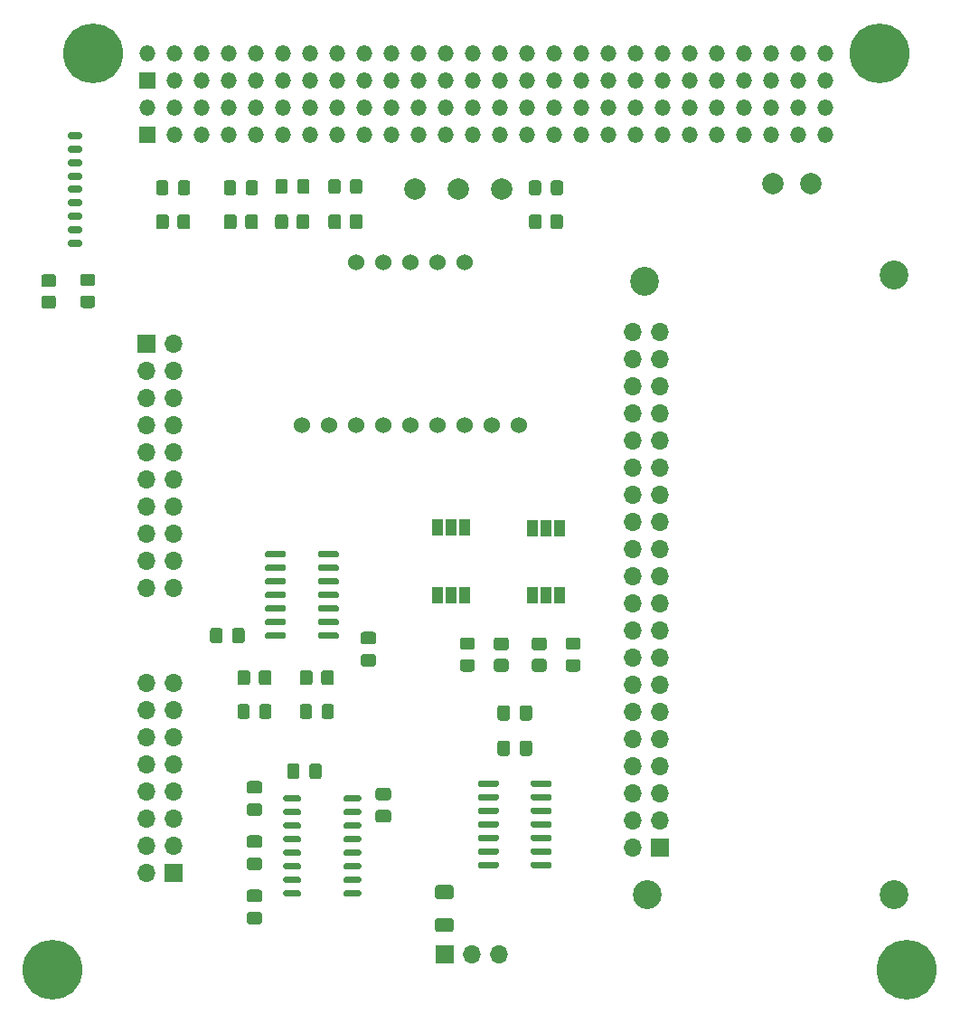
<source format=gbr>
%TF.GenerationSoftware,KiCad,Pcbnew,(5.1.9)-1*%
%TF.CreationDate,2021-11-05T20:33:19-04:00*%
%TF.ProjectId,REVERB Interface,52455645-5242-4204-996e-746572666163,rev?*%
%TF.SameCoordinates,Original*%
%TF.FileFunction,Soldermask,Top*%
%TF.FilePolarity,Negative*%
%FSLAX46Y46*%
G04 Gerber Fmt 4.6, Leading zero omitted, Abs format (unit mm)*
G04 Created by KiCad (PCBNEW (5.1.9)-1) date 2021-11-05 20:33:19*
%MOMM*%
%LPD*%
G01*
G04 APERTURE LIST*
%ADD10O,1.700000X1.700000*%
%ADD11R,1.700000X1.700000*%
%ADD12C,2.000000*%
%ADD13C,2.700000*%
%ADD14R,1.000000X1.500000*%
%ADD15C,1.524000*%
%ADD16C,5.600000*%
%ADD17C,3.600000*%
%ADD18O,1.400000X0.700000*%
%ADD19O,1.500000X1.500000*%
%ADD20R,1.500000X1.500000*%
G04 APERTURE END LIST*
D10*
%TO.C,J1*%
X166256000Y-84014000D03*
X168796000Y-84014000D03*
X166256000Y-86554000D03*
X168796000Y-86554000D03*
X166256000Y-89094000D03*
X168796000Y-89094000D03*
X166256000Y-91634000D03*
X168796000Y-91634000D03*
X166256000Y-94174000D03*
X168796000Y-94174000D03*
X166256000Y-96714000D03*
X168796000Y-96714000D03*
X166256000Y-99254000D03*
X168796000Y-99254000D03*
X166256000Y-101794000D03*
X168796000Y-101794000D03*
X166256000Y-104334000D03*
X168796000Y-104334000D03*
X166256000Y-106874000D03*
X168796000Y-106874000D03*
X166256000Y-109414000D03*
X168796000Y-109414000D03*
X166256000Y-111954000D03*
X168796000Y-111954000D03*
X166256000Y-114494000D03*
X168796000Y-114494000D03*
X166256000Y-117034000D03*
X168796000Y-117034000D03*
X166256000Y-119574000D03*
X168796000Y-119574000D03*
X166256000Y-122114000D03*
X168796000Y-122114000D03*
X166256000Y-124654000D03*
X168796000Y-124654000D03*
X166256000Y-127194000D03*
X168796000Y-127194000D03*
X166256000Y-129734000D03*
X168796000Y-129734000D03*
X166256000Y-132274000D03*
D11*
X168796000Y-132274000D03*
%TD*%
%TO.C,U3*%
G36*
G01*
X156694000Y-126388000D02*
X156694000Y-126088000D01*
G75*
G02*
X156844000Y-125938000I150000J0D01*
G01*
X158494000Y-125938000D01*
G75*
G02*
X158644000Y-126088000I0J-150000D01*
G01*
X158644000Y-126388000D01*
G75*
G02*
X158494000Y-126538000I-150000J0D01*
G01*
X156844000Y-126538000D01*
G75*
G02*
X156694000Y-126388000I0J150000D01*
G01*
G37*
G36*
G01*
X156694000Y-127658000D02*
X156694000Y-127358000D01*
G75*
G02*
X156844000Y-127208000I150000J0D01*
G01*
X158494000Y-127208000D01*
G75*
G02*
X158644000Y-127358000I0J-150000D01*
G01*
X158644000Y-127658000D01*
G75*
G02*
X158494000Y-127808000I-150000J0D01*
G01*
X156844000Y-127808000D01*
G75*
G02*
X156694000Y-127658000I0J150000D01*
G01*
G37*
G36*
G01*
X156694000Y-128928000D02*
X156694000Y-128628000D01*
G75*
G02*
X156844000Y-128478000I150000J0D01*
G01*
X158494000Y-128478000D01*
G75*
G02*
X158644000Y-128628000I0J-150000D01*
G01*
X158644000Y-128928000D01*
G75*
G02*
X158494000Y-129078000I-150000J0D01*
G01*
X156844000Y-129078000D01*
G75*
G02*
X156694000Y-128928000I0J150000D01*
G01*
G37*
G36*
G01*
X156694000Y-130198000D02*
X156694000Y-129898000D01*
G75*
G02*
X156844000Y-129748000I150000J0D01*
G01*
X158494000Y-129748000D01*
G75*
G02*
X158644000Y-129898000I0J-150000D01*
G01*
X158644000Y-130198000D01*
G75*
G02*
X158494000Y-130348000I-150000J0D01*
G01*
X156844000Y-130348000D01*
G75*
G02*
X156694000Y-130198000I0J150000D01*
G01*
G37*
G36*
G01*
X156694000Y-131468000D02*
X156694000Y-131168000D01*
G75*
G02*
X156844000Y-131018000I150000J0D01*
G01*
X158494000Y-131018000D01*
G75*
G02*
X158644000Y-131168000I0J-150000D01*
G01*
X158644000Y-131468000D01*
G75*
G02*
X158494000Y-131618000I-150000J0D01*
G01*
X156844000Y-131618000D01*
G75*
G02*
X156694000Y-131468000I0J150000D01*
G01*
G37*
G36*
G01*
X156694000Y-132738000D02*
X156694000Y-132438000D01*
G75*
G02*
X156844000Y-132288000I150000J0D01*
G01*
X158494000Y-132288000D01*
G75*
G02*
X158644000Y-132438000I0J-150000D01*
G01*
X158644000Y-132738000D01*
G75*
G02*
X158494000Y-132888000I-150000J0D01*
G01*
X156844000Y-132888000D01*
G75*
G02*
X156694000Y-132738000I0J150000D01*
G01*
G37*
G36*
G01*
X156694000Y-134008000D02*
X156694000Y-133708000D01*
G75*
G02*
X156844000Y-133558000I150000J0D01*
G01*
X158494000Y-133558000D01*
G75*
G02*
X158644000Y-133708000I0J-150000D01*
G01*
X158644000Y-134008000D01*
G75*
G02*
X158494000Y-134158000I-150000J0D01*
G01*
X156844000Y-134158000D01*
G75*
G02*
X156694000Y-134008000I0J150000D01*
G01*
G37*
G36*
G01*
X151744000Y-134008000D02*
X151744000Y-133708000D01*
G75*
G02*
X151894000Y-133558000I150000J0D01*
G01*
X153544000Y-133558000D01*
G75*
G02*
X153694000Y-133708000I0J-150000D01*
G01*
X153694000Y-134008000D01*
G75*
G02*
X153544000Y-134158000I-150000J0D01*
G01*
X151894000Y-134158000D01*
G75*
G02*
X151744000Y-134008000I0J150000D01*
G01*
G37*
G36*
G01*
X151744000Y-132738000D02*
X151744000Y-132438000D01*
G75*
G02*
X151894000Y-132288000I150000J0D01*
G01*
X153544000Y-132288000D01*
G75*
G02*
X153694000Y-132438000I0J-150000D01*
G01*
X153694000Y-132738000D01*
G75*
G02*
X153544000Y-132888000I-150000J0D01*
G01*
X151894000Y-132888000D01*
G75*
G02*
X151744000Y-132738000I0J150000D01*
G01*
G37*
G36*
G01*
X151744000Y-131468000D02*
X151744000Y-131168000D01*
G75*
G02*
X151894000Y-131018000I150000J0D01*
G01*
X153544000Y-131018000D01*
G75*
G02*
X153694000Y-131168000I0J-150000D01*
G01*
X153694000Y-131468000D01*
G75*
G02*
X153544000Y-131618000I-150000J0D01*
G01*
X151894000Y-131618000D01*
G75*
G02*
X151744000Y-131468000I0J150000D01*
G01*
G37*
G36*
G01*
X151744000Y-130198000D02*
X151744000Y-129898000D01*
G75*
G02*
X151894000Y-129748000I150000J0D01*
G01*
X153544000Y-129748000D01*
G75*
G02*
X153694000Y-129898000I0J-150000D01*
G01*
X153694000Y-130198000D01*
G75*
G02*
X153544000Y-130348000I-150000J0D01*
G01*
X151894000Y-130348000D01*
G75*
G02*
X151744000Y-130198000I0J150000D01*
G01*
G37*
G36*
G01*
X151744000Y-128928000D02*
X151744000Y-128628000D01*
G75*
G02*
X151894000Y-128478000I150000J0D01*
G01*
X153544000Y-128478000D01*
G75*
G02*
X153694000Y-128628000I0J-150000D01*
G01*
X153694000Y-128928000D01*
G75*
G02*
X153544000Y-129078000I-150000J0D01*
G01*
X151894000Y-129078000D01*
G75*
G02*
X151744000Y-128928000I0J150000D01*
G01*
G37*
G36*
G01*
X151744000Y-127658000D02*
X151744000Y-127358000D01*
G75*
G02*
X151894000Y-127208000I150000J0D01*
G01*
X153544000Y-127208000D01*
G75*
G02*
X153694000Y-127358000I0J-150000D01*
G01*
X153694000Y-127658000D01*
G75*
G02*
X153544000Y-127808000I-150000J0D01*
G01*
X151894000Y-127808000D01*
G75*
G02*
X151744000Y-127658000I0J150000D01*
G01*
G37*
G36*
G01*
X151744000Y-126388000D02*
X151744000Y-126088000D01*
G75*
G02*
X151894000Y-125938000I150000J0D01*
G01*
X153544000Y-125938000D01*
G75*
G02*
X153694000Y-126088000I0J-150000D01*
G01*
X153694000Y-126388000D01*
G75*
G02*
X153544000Y-126538000I-150000J0D01*
G01*
X151894000Y-126538000D01*
G75*
G02*
X151744000Y-126388000I0J150000D01*
G01*
G37*
%TD*%
%TO.C,R7*%
G36*
G01*
X147965000Y-138848000D02*
X149215000Y-138848000D01*
G75*
G02*
X149465000Y-139098000I0J-250000D01*
G01*
X149465000Y-139898000D01*
G75*
G02*
X149215000Y-140148000I-250000J0D01*
G01*
X147965000Y-140148000D01*
G75*
G02*
X147715000Y-139898000I0J250000D01*
G01*
X147715000Y-139098000D01*
G75*
G02*
X147965000Y-138848000I250000J0D01*
G01*
G37*
G36*
G01*
X147965000Y-135748000D02*
X149215000Y-135748000D01*
G75*
G02*
X149465000Y-135998000I0J-250000D01*
G01*
X149465000Y-136798000D01*
G75*
G02*
X149215000Y-137048000I-250000J0D01*
G01*
X147965000Y-137048000D01*
G75*
G02*
X147715000Y-136798000I0J250000D01*
G01*
X147715000Y-135998000D01*
G75*
G02*
X147965000Y-135748000I250000J0D01*
G01*
G37*
%TD*%
D10*
%TO.C,J5*%
X153670000Y-142240000D03*
X151130000Y-142240000D03*
D11*
X148590000Y-142240000D03*
%TD*%
%TO.C,C7*%
G36*
G01*
X155644000Y-123411000D02*
X155644000Y-122461000D01*
G75*
G02*
X155894000Y-122211000I250000J0D01*
G01*
X156569000Y-122211000D01*
G75*
G02*
X156819000Y-122461000I0J-250000D01*
G01*
X156819000Y-123411000D01*
G75*
G02*
X156569000Y-123661000I-250000J0D01*
G01*
X155894000Y-123661000D01*
G75*
G02*
X155644000Y-123411000I0J250000D01*
G01*
G37*
G36*
G01*
X153569000Y-123411000D02*
X153569000Y-122461000D01*
G75*
G02*
X153819000Y-122211000I250000J0D01*
G01*
X154494000Y-122211000D01*
G75*
G02*
X154744000Y-122461000I0J-250000D01*
G01*
X154744000Y-123411000D01*
G75*
G02*
X154494000Y-123661000I-250000J0D01*
G01*
X153819000Y-123661000D01*
G75*
G02*
X153569000Y-123411000I0J250000D01*
G01*
G37*
%TD*%
%TO.C,C6*%
G36*
G01*
X155644000Y-120109000D02*
X155644000Y-119159000D01*
G75*
G02*
X155894000Y-118909000I250000J0D01*
G01*
X156569000Y-118909000D01*
G75*
G02*
X156819000Y-119159000I0J-250000D01*
G01*
X156819000Y-120109000D01*
G75*
G02*
X156569000Y-120359000I-250000J0D01*
G01*
X155894000Y-120359000D01*
G75*
G02*
X155644000Y-120109000I0J250000D01*
G01*
G37*
G36*
G01*
X153569000Y-120109000D02*
X153569000Y-119159000D01*
G75*
G02*
X153819000Y-118909000I250000J0D01*
G01*
X154494000Y-118909000D01*
G75*
G02*
X154744000Y-119159000I0J-250000D01*
G01*
X154744000Y-120109000D01*
G75*
G02*
X154494000Y-120359000I-250000J0D01*
G01*
X153819000Y-120359000D01*
G75*
G02*
X153569000Y-120109000I0J250000D01*
G01*
G37*
%TD*%
%TO.C,U4*%
G36*
G01*
X133755000Y-112245000D02*
X133755000Y-112545000D01*
G75*
G02*
X133605000Y-112695000I-150000J0D01*
G01*
X131955000Y-112695000D01*
G75*
G02*
X131805000Y-112545000I0J150000D01*
G01*
X131805000Y-112245000D01*
G75*
G02*
X131955000Y-112095000I150000J0D01*
G01*
X133605000Y-112095000D01*
G75*
G02*
X133755000Y-112245000I0J-150000D01*
G01*
G37*
G36*
G01*
X133755000Y-110975000D02*
X133755000Y-111275000D01*
G75*
G02*
X133605000Y-111425000I-150000J0D01*
G01*
X131955000Y-111425000D01*
G75*
G02*
X131805000Y-111275000I0J150000D01*
G01*
X131805000Y-110975000D01*
G75*
G02*
X131955000Y-110825000I150000J0D01*
G01*
X133605000Y-110825000D01*
G75*
G02*
X133755000Y-110975000I0J-150000D01*
G01*
G37*
G36*
G01*
X133755000Y-109705000D02*
X133755000Y-110005000D01*
G75*
G02*
X133605000Y-110155000I-150000J0D01*
G01*
X131955000Y-110155000D01*
G75*
G02*
X131805000Y-110005000I0J150000D01*
G01*
X131805000Y-109705000D01*
G75*
G02*
X131955000Y-109555000I150000J0D01*
G01*
X133605000Y-109555000D01*
G75*
G02*
X133755000Y-109705000I0J-150000D01*
G01*
G37*
G36*
G01*
X133755000Y-108435000D02*
X133755000Y-108735000D01*
G75*
G02*
X133605000Y-108885000I-150000J0D01*
G01*
X131955000Y-108885000D01*
G75*
G02*
X131805000Y-108735000I0J150000D01*
G01*
X131805000Y-108435000D01*
G75*
G02*
X131955000Y-108285000I150000J0D01*
G01*
X133605000Y-108285000D01*
G75*
G02*
X133755000Y-108435000I0J-150000D01*
G01*
G37*
G36*
G01*
X133755000Y-107165000D02*
X133755000Y-107465000D01*
G75*
G02*
X133605000Y-107615000I-150000J0D01*
G01*
X131955000Y-107615000D01*
G75*
G02*
X131805000Y-107465000I0J150000D01*
G01*
X131805000Y-107165000D01*
G75*
G02*
X131955000Y-107015000I150000J0D01*
G01*
X133605000Y-107015000D01*
G75*
G02*
X133755000Y-107165000I0J-150000D01*
G01*
G37*
G36*
G01*
X133755000Y-105895000D02*
X133755000Y-106195000D01*
G75*
G02*
X133605000Y-106345000I-150000J0D01*
G01*
X131955000Y-106345000D01*
G75*
G02*
X131805000Y-106195000I0J150000D01*
G01*
X131805000Y-105895000D01*
G75*
G02*
X131955000Y-105745000I150000J0D01*
G01*
X133605000Y-105745000D01*
G75*
G02*
X133755000Y-105895000I0J-150000D01*
G01*
G37*
G36*
G01*
X133755000Y-104625000D02*
X133755000Y-104925000D01*
G75*
G02*
X133605000Y-105075000I-150000J0D01*
G01*
X131955000Y-105075000D01*
G75*
G02*
X131805000Y-104925000I0J150000D01*
G01*
X131805000Y-104625000D01*
G75*
G02*
X131955000Y-104475000I150000J0D01*
G01*
X133605000Y-104475000D01*
G75*
G02*
X133755000Y-104625000I0J-150000D01*
G01*
G37*
G36*
G01*
X138705000Y-104625000D02*
X138705000Y-104925000D01*
G75*
G02*
X138555000Y-105075000I-150000J0D01*
G01*
X136905000Y-105075000D01*
G75*
G02*
X136755000Y-104925000I0J150000D01*
G01*
X136755000Y-104625000D01*
G75*
G02*
X136905000Y-104475000I150000J0D01*
G01*
X138555000Y-104475000D01*
G75*
G02*
X138705000Y-104625000I0J-150000D01*
G01*
G37*
G36*
G01*
X138705000Y-105895000D02*
X138705000Y-106195000D01*
G75*
G02*
X138555000Y-106345000I-150000J0D01*
G01*
X136905000Y-106345000D01*
G75*
G02*
X136755000Y-106195000I0J150000D01*
G01*
X136755000Y-105895000D01*
G75*
G02*
X136905000Y-105745000I150000J0D01*
G01*
X138555000Y-105745000D01*
G75*
G02*
X138705000Y-105895000I0J-150000D01*
G01*
G37*
G36*
G01*
X138705000Y-107165000D02*
X138705000Y-107465000D01*
G75*
G02*
X138555000Y-107615000I-150000J0D01*
G01*
X136905000Y-107615000D01*
G75*
G02*
X136755000Y-107465000I0J150000D01*
G01*
X136755000Y-107165000D01*
G75*
G02*
X136905000Y-107015000I150000J0D01*
G01*
X138555000Y-107015000D01*
G75*
G02*
X138705000Y-107165000I0J-150000D01*
G01*
G37*
G36*
G01*
X138705000Y-108435000D02*
X138705000Y-108735000D01*
G75*
G02*
X138555000Y-108885000I-150000J0D01*
G01*
X136905000Y-108885000D01*
G75*
G02*
X136755000Y-108735000I0J150000D01*
G01*
X136755000Y-108435000D01*
G75*
G02*
X136905000Y-108285000I150000J0D01*
G01*
X138555000Y-108285000D01*
G75*
G02*
X138705000Y-108435000I0J-150000D01*
G01*
G37*
G36*
G01*
X138705000Y-109705000D02*
X138705000Y-110005000D01*
G75*
G02*
X138555000Y-110155000I-150000J0D01*
G01*
X136905000Y-110155000D01*
G75*
G02*
X136755000Y-110005000I0J150000D01*
G01*
X136755000Y-109705000D01*
G75*
G02*
X136905000Y-109555000I150000J0D01*
G01*
X138555000Y-109555000D01*
G75*
G02*
X138705000Y-109705000I0J-150000D01*
G01*
G37*
G36*
G01*
X138705000Y-110975000D02*
X138705000Y-111275000D01*
G75*
G02*
X138555000Y-111425000I-150000J0D01*
G01*
X136905000Y-111425000D01*
G75*
G02*
X136755000Y-111275000I0J150000D01*
G01*
X136755000Y-110975000D01*
G75*
G02*
X136905000Y-110825000I150000J0D01*
G01*
X138555000Y-110825000D01*
G75*
G02*
X138705000Y-110975000I0J-150000D01*
G01*
G37*
G36*
G01*
X138705000Y-112245000D02*
X138705000Y-112545000D01*
G75*
G02*
X138555000Y-112695000I-150000J0D01*
G01*
X136905000Y-112695000D01*
G75*
G02*
X136755000Y-112545000I0J150000D01*
G01*
X136755000Y-112245000D01*
G75*
G02*
X136905000Y-112095000I150000J0D01*
G01*
X138555000Y-112095000D01*
G75*
G02*
X138705000Y-112245000I0J-150000D01*
G01*
G37*
%TD*%
%TO.C,C11*%
G36*
G01*
X141003000Y-114115000D02*
X141953000Y-114115000D01*
G75*
G02*
X142203000Y-114365000I0J-250000D01*
G01*
X142203000Y-115040000D01*
G75*
G02*
X141953000Y-115290000I-250000J0D01*
G01*
X141003000Y-115290000D01*
G75*
G02*
X140753000Y-115040000I0J250000D01*
G01*
X140753000Y-114365000D01*
G75*
G02*
X141003000Y-114115000I250000J0D01*
G01*
G37*
G36*
G01*
X141003000Y-112040000D02*
X141953000Y-112040000D01*
G75*
G02*
X142203000Y-112290000I0J-250000D01*
G01*
X142203000Y-112965000D01*
G75*
G02*
X141953000Y-113215000I-250000J0D01*
G01*
X141003000Y-113215000D01*
G75*
G02*
X140753000Y-112965000I0J250000D01*
G01*
X140753000Y-112290000D01*
G75*
G02*
X141003000Y-112040000I250000J0D01*
G01*
G37*
%TD*%
%TO.C,C10*%
G36*
G01*
X127820000Y-111920000D02*
X127820000Y-112870000D01*
G75*
G02*
X127570000Y-113120000I-250000J0D01*
G01*
X126895000Y-113120000D01*
G75*
G02*
X126645000Y-112870000I0J250000D01*
G01*
X126645000Y-111920000D01*
G75*
G02*
X126895000Y-111670000I250000J0D01*
G01*
X127570000Y-111670000D01*
G75*
G02*
X127820000Y-111920000I0J-250000D01*
G01*
G37*
G36*
G01*
X129895000Y-111920000D02*
X129895000Y-112870000D01*
G75*
G02*
X129645000Y-113120000I-250000J0D01*
G01*
X128970000Y-113120000D01*
G75*
G02*
X128720000Y-112870000I0J250000D01*
G01*
X128720000Y-111920000D01*
G75*
G02*
X128970000Y-111670000I250000J0D01*
G01*
X129645000Y-111670000D01*
G75*
G02*
X129895000Y-111920000I0J-250000D01*
G01*
G37*
%TD*%
%TO.C,U2*%
G36*
G01*
X139354999Y-136200000D02*
X140614997Y-136200000D01*
G75*
G02*
X140809997Y-136395000I0J-195000D01*
G01*
X140809997Y-136655000D01*
G75*
G02*
X140614997Y-136850000I-195000J0D01*
G01*
X139354999Y-136850000D01*
G75*
G02*
X139159999Y-136655000I0J195000D01*
G01*
X139159999Y-136395000D01*
G75*
G02*
X139354999Y-136200000I195000J0D01*
G01*
G37*
G36*
G01*
X139354999Y-134930000D02*
X140614997Y-134930000D01*
G75*
G02*
X140809997Y-135125000I0J-195000D01*
G01*
X140809997Y-135385000D01*
G75*
G02*
X140614997Y-135580000I-195000J0D01*
G01*
X139354999Y-135580000D01*
G75*
G02*
X139159999Y-135385000I0J195000D01*
G01*
X139159999Y-135125000D01*
G75*
G02*
X139354999Y-134930000I195000J0D01*
G01*
G37*
G36*
G01*
X139354999Y-133660000D02*
X140614997Y-133660000D01*
G75*
G02*
X140809997Y-133855000I0J-195000D01*
G01*
X140809997Y-134115000D01*
G75*
G02*
X140614997Y-134310000I-195000J0D01*
G01*
X139354999Y-134310000D01*
G75*
G02*
X139159999Y-134115000I0J195000D01*
G01*
X139159999Y-133855000D01*
G75*
G02*
X139354999Y-133660000I195000J0D01*
G01*
G37*
G36*
G01*
X139354999Y-132390000D02*
X140614997Y-132390000D01*
G75*
G02*
X140809997Y-132585000I0J-195000D01*
G01*
X140809997Y-132845000D01*
G75*
G02*
X140614997Y-133040000I-195000J0D01*
G01*
X139354999Y-133040000D01*
G75*
G02*
X139159999Y-132845000I0J195000D01*
G01*
X139159999Y-132585000D01*
G75*
G02*
X139354999Y-132390000I195000J0D01*
G01*
G37*
G36*
G01*
X139354999Y-131120000D02*
X140614997Y-131120000D01*
G75*
G02*
X140809997Y-131315000I0J-195000D01*
G01*
X140809997Y-131575000D01*
G75*
G02*
X140614997Y-131770000I-195000J0D01*
G01*
X139354999Y-131770000D01*
G75*
G02*
X139159999Y-131575000I0J195000D01*
G01*
X139159999Y-131315000D01*
G75*
G02*
X139354999Y-131120000I195000J0D01*
G01*
G37*
G36*
G01*
X139354999Y-129850000D02*
X140614997Y-129850000D01*
G75*
G02*
X140809997Y-130045000I0J-195000D01*
G01*
X140809997Y-130305000D01*
G75*
G02*
X140614997Y-130500000I-195000J0D01*
G01*
X139354999Y-130500000D01*
G75*
G02*
X139159999Y-130305000I0J195000D01*
G01*
X139159999Y-130045000D01*
G75*
G02*
X139354999Y-129850000I195000J0D01*
G01*
G37*
G36*
G01*
X139354999Y-128580000D02*
X140614997Y-128580000D01*
G75*
G02*
X140809997Y-128775000I0J-195000D01*
G01*
X140809997Y-129035000D01*
G75*
G02*
X140614997Y-129230000I-195000J0D01*
G01*
X139354999Y-129230000D01*
G75*
G02*
X139159999Y-129035000I0J195000D01*
G01*
X139159999Y-128775000D01*
G75*
G02*
X139354999Y-128580000I195000J0D01*
G01*
G37*
G36*
G01*
X139354999Y-127310000D02*
X140614997Y-127310000D01*
G75*
G02*
X140809997Y-127505000I0J-195000D01*
G01*
X140809997Y-127765000D01*
G75*
G02*
X140614997Y-127960000I-195000J0D01*
G01*
X139354999Y-127960000D01*
G75*
G02*
X139159999Y-127765000I0J195000D01*
G01*
X139159999Y-127505000D01*
G75*
G02*
X139354999Y-127310000I195000J0D01*
G01*
G37*
G36*
G01*
X133705000Y-136200000D02*
X134964998Y-136200000D01*
G75*
G02*
X135159998Y-136395000I0J-195000D01*
G01*
X135159998Y-136655000D01*
G75*
G02*
X134964998Y-136850000I-195000J0D01*
G01*
X133705000Y-136850000D01*
G75*
G02*
X133510000Y-136655000I0J195000D01*
G01*
X133510000Y-136395000D01*
G75*
G02*
X133705000Y-136200000I195000J0D01*
G01*
G37*
G36*
G01*
X133705000Y-134930000D02*
X134964998Y-134930000D01*
G75*
G02*
X135159998Y-135125000I0J-195000D01*
G01*
X135159998Y-135385000D01*
G75*
G02*
X134964998Y-135580000I-195000J0D01*
G01*
X133705000Y-135580000D01*
G75*
G02*
X133510000Y-135385000I0J195000D01*
G01*
X133510000Y-135125000D01*
G75*
G02*
X133705000Y-134930000I195000J0D01*
G01*
G37*
G36*
G01*
X133705000Y-133660000D02*
X134964998Y-133660000D01*
G75*
G02*
X135159998Y-133855000I0J-195000D01*
G01*
X135159998Y-134115000D01*
G75*
G02*
X134964998Y-134310000I-195000J0D01*
G01*
X133705000Y-134310000D01*
G75*
G02*
X133510000Y-134115000I0J195000D01*
G01*
X133510000Y-133855000D01*
G75*
G02*
X133705000Y-133660000I195000J0D01*
G01*
G37*
G36*
G01*
X133705000Y-132390000D02*
X134964998Y-132390000D01*
G75*
G02*
X135159998Y-132585000I0J-195000D01*
G01*
X135159998Y-132845000D01*
G75*
G02*
X134964998Y-133040000I-195000J0D01*
G01*
X133705000Y-133040000D01*
G75*
G02*
X133510000Y-132845000I0J195000D01*
G01*
X133510000Y-132585000D01*
G75*
G02*
X133705000Y-132390000I195000J0D01*
G01*
G37*
G36*
G01*
X133705000Y-131120000D02*
X134964998Y-131120000D01*
G75*
G02*
X135159998Y-131315000I0J-195000D01*
G01*
X135159998Y-131575000D01*
G75*
G02*
X134964998Y-131770000I-195000J0D01*
G01*
X133705000Y-131770000D01*
G75*
G02*
X133510000Y-131575000I0J195000D01*
G01*
X133510000Y-131315000D01*
G75*
G02*
X133705000Y-131120000I195000J0D01*
G01*
G37*
G36*
G01*
X133705000Y-129850000D02*
X134964998Y-129850000D01*
G75*
G02*
X135159998Y-130045000I0J-195000D01*
G01*
X135159998Y-130305000D01*
G75*
G02*
X134964998Y-130500000I-195000J0D01*
G01*
X133705000Y-130500000D01*
G75*
G02*
X133510000Y-130305000I0J195000D01*
G01*
X133510000Y-130045000D01*
G75*
G02*
X133705000Y-129850000I195000J0D01*
G01*
G37*
G36*
G01*
X133705000Y-128580000D02*
X134964998Y-128580000D01*
G75*
G02*
X135159998Y-128775000I0J-195000D01*
G01*
X135159998Y-129035000D01*
G75*
G02*
X134964998Y-129230000I-195000J0D01*
G01*
X133705000Y-129230000D01*
G75*
G02*
X133510000Y-129035000I0J195000D01*
G01*
X133510000Y-128775000D01*
G75*
G02*
X133705000Y-128580000I195000J0D01*
G01*
G37*
G36*
G01*
X133705000Y-127310000D02*
X134964998Y-127310000D01*
G75*
G02*
X135159998Y-127505000I0J-195000D01*
G01*
X135159998Y-127765000D01*
G75*
G02*
X134964998Y-127960000I-195000J0D01*
G01*
X133705000Y-127960000D01*
G75*
G02*
X133510000Y-127765000I0J195000D01*
G01*
X133510000Y-127505000D01*
G75*
G02*
X133705000Y-127310000I195000J0D01*
G01*
G37*
%TD*%
%TO.C,R12*%
G36*
G01*
X158515000Y-74110001D02*
X158515000Y-73209999D01*
G75*
G02*
X158764999Y-72960000I249999J0D01*
G01*
X159465001Y-72960000D01*
G75*
G02*
X159715000Y-73209999I0J-249999D01*
G01*
X159715000Y-74110001D01*
G75*
G02*
X159465001Y-74360000I-249999J0D01*
G01*
X158764999Y-74360000D01*
G75*
G02*
X158515000Y-74110001I0J249999D01*
G01*
G37*
G36*
G01*
X156515000Y-74110001D02*
X156515000Y-73209999D01*
G75*
G02*
X156764999Y-72960000I249999J0D01*
G01*
X157465001Y-72960000D01*
G75*
G02*
X157715000Y-73209999I0J-249999D01*
G01*
X157715000Y-74110001D01*
G75*
G02*
X157465001Y-74360000I-249999J0D01*
G01*
X156764999Y-74360000D01*
G75*
G02*
X156515000Y-74110001I0J249999D01*
G01*
G37*
%TD*%
%TO.C,R11*%
G36*
G01*
X111079999Y-80583000D02*
X111980001Y-80583000D01*
G75*
G02*
X112230000Y-80832999I0J-249999D01*
G01*
X112230000Y-81533001D01*
G75*
G02*
X111980001Y-81783000I-249999J0D01*
G01*
X111079999Y-81783000D01*
G75*
G02*
X110830000Y-81533001I0J249999D01*
G01*
X110830000Y-80832999D01*
G75*
G02*
X111079999Y-80583000I249999J0D01*
G01*
G37*
G36*
G01*
X111079999Y-78583000D02*
X111980001Y-78583000D01*
G75*
G02*
X112230000Y-78832999I0J-249999D01*
G01*
X112230000Y-79533001D01*
G75*
G02*
X111980001Y-79783000I-249999J0D01*
G01*
X111079999Y-79783000D01*
G75*
G02*
X110830000Y-79533001I0J249999D01*
G01*
X110830000Y-78832999D01*
G75*
G02*
X111079999Y-78583000I249999J0D01*
G01*
G37*
%TD*%
%TO.C,R10*%
G36*
G01*
X129140000Y-73209999D02*
X129140000Y-74110001D01*
G75*
G02*
X128890001Y-74360000I-249999J0D01*
G01*
X128189999Y-74360000D01*
G75*
G02*
X127940000Y-74110001I0J249999D01*
G01*
X127940000Y-73209999D01*
G75*
G02*
X128189999Y-72960000I249999J0D01*
G01*
X128890001Y-72960000D01*
G75*
G02*
X129140000Y-73209999I0J-249999D01*
G01*
G37*
G36*
G01*
X131140000Y-73209999D02*
X131140000Y-74110001D01*
G75*
G02*
X130890001Y-74360000I-249999J0D01*
G01*
X130189999Y-74360000D01*
G75*
G02*
X129940000Y-74110001I0J249999D01*
G01*
X129940000Y-73209999D01*
G75*
G02*
X130189999Y-72960000I249999J0D01*
G01*
X130890001Y-72960000D01*
G75*
G02*
X131140000Y-73209999I0J-249999D01*
G01*
G37*
%TD*%
%TO.C,R9*%
G36*
G01*
X122790000Y-73209999D02*
X122790000Y-74110001D01*
G75*
G02*
X122540001Y-74360000I-249999J0D01*
G01*
X121839999Y-74360000D01*
G75*
G02*
X121590000Y-74110001I0J249999D01*
G01*
X121590000Y-73209999D01*
G75*
G02*
X121839999Y-72960000I249999J0D01*
G01*
X122540001Y-72960000D01*
G75*
G02*
X122790000Y-73209999I0J-249999D01*
G01*
G37*
G36*
G01*
X124790000Y-73209999D02*
X124790000Y-74110001D01*
G75*
G02*
X124540001Y-74360000I-249999J0D01*
G01*
X123839999Y-74360000D01*
G75*
G02*
X123590000Y-74110001I0J249999D01*
G01*
X123590000Y-73209999D01*
G75*
G02*
X123839999Y-72960000I249999J0D01*
G01*
X124540001Y-72960000D01*
G75*
G02*
X124790000Y-73209999I0J-249999D01*
G01*
G37*
%TD*%
%TO.C,D12*%
G36*
G01*
X158565000Y-70935001D02*
X158565000Y-70034999D01*
G75*
G02*
X158814999Y-69785000I249999J0D01*
G01*
X159465001Y-69785000D01*
G75*
G02*
X159715000Y-70034999I0J-249999D01*
G01*
X159715000Y-70935001D01*
G75*
G02*
X159465001Y-71185000I-249999J0D01*
G01*
X158814999Y-71185000D01*
G75*
G02*
X158565000Y-70935001I0J249999D01*
G01*
G37*
G36*
G01*
X156515000Y-70935001D02*
X156515000Y-70034999D01*
G75*
G02*
X156764999Y-69785000I249999J0D01*
G01*
X157415001Y-69785000D01*
G75*
G02*
X157665000Y-70034999I0J-249999D01*
G01*
X157665000Y-70935001D01*
G75*
G02*
X157415001Y-71185000I-249999J0D01*
G01*
X156764999Y-71185000D01*
G75*
G02*
X156515000Y-70935001I0J249999D01*
G01*
G37*
%TD*%
%TO.C,D11*%
G36*
G01*
X114738999Y-80587000D02*
X115639001Y-80587000D01*
G75*
G02*
X115889000Y-80836999I0J-249999D01*
G01*
X115889000Y-81487001D01*
G75*
G02*
X115639001Y-81737000I-249999J0D01*
G01*
X114738999Y-81737000D01*
G75*
G02*
X114489000Y-81487001I0J249999D01*
G01*
X114489000Y-80836999D01*
G75*
G02*
X114738999Y-80587000I249999J0D01*
G01*
G37*
G36*
G01*
X114738999Y-78537000D02*
X115639001Y-78537000D01*
G75*
G02*
X115889000Y-78786999I0J-249999D01*
G01*
X115889000Y-79437001D01*
G75*
G02*
X115639001Y-79687000I-249999J0D01*
G01*
X114738999Y-79687000D01*
G75*
G02*
X114489000Y-79437001I0J249999D01*
G01*
X114489000Y-78786999D01*
G75*
G02*
X114738999Y-78537000I249999J0D01*
G01*
G37*
%TD*%
%TO.C,D10*%
G36*
G01*
X129090000Y-70034999D02*
X129090000Y-70935001D01*
G75*
G02*
X128840001Y-71185000I-249999J0D01*
G01*
X128189999Y-71185000D01*
G75*
G02*
X127940000Y-70935001I0J249999D01*
G01*
X127940000Y-70034999D01*
G75*
G02*
X128189999Y-69785000I249999J0D01*
G01*
X128840001Y-69785000D01*
G75*
G02*
X129090000Y-70034999I0J-249999D01*
G01*
G37*
G36*
G01*
X131140000Y-70034999D02*
X131140000Y-70935001D01*
G75*
G02*
X130890001Y-71185000I-249999J0D01*
G01*
X130239999Y-71185000D01*
G75*
G02*
X129990000Y-70935001I0J249999D01*
G01*
X129990000Y-70034999D01*
G75*
G02*
X130239999Y-69785000I249999J0D01*
G01*
X130890001Y-69785000D01*
G75*
G02*
X131140000Y-70034999I0J-249999D01*
G01*
G37*
%TD*%
%TO.C,D9*%
G36*
G01*
X122740000Y-70034999D02*
X122740000Y-70935001D01*
G75*
G02*
X122490001Y-71185000I-249999J0D01*
G01*
X121839999Y-71185000D01*
G75*
G02*
X121590000Y-70935001I0J249999D01*
G01*
X121590000Y-70034999D01*
G75*
G02*
X121839999Y-69785000I249999J0D01*
G01*
X122490001Y-69785000D01*
G75*
G02*
X122740000Y-70034999I0J-249999D01*
G01*
G37*
G36*
G01*
X124790000Y-70034999D02*
X124790000Y-70935001D01*
G75*
G02*
X124540001Y-71185000I-249999J0D01*
G01*
X123889999Y-71185000D01*
G75*
G02*
X123640000Y-70935001I0J249999D01*
G01*
X123640000Y-70034999D01*
G75*
G02*
X123889999Y-69785000I249999J0D01*
G01*
X124540001Y-69785000D01*
G75*
G02*
X124790000Y-70034999I0J-249999D01*
G01*
G37*
%TD*%
D12*
%TO.C,TP5*%
X145796000Y-70612000D03*
%TD*%
%TO.C,TP4*%
X179324000Y-70104000D03*
%TD*%
%TO.C,TP3*%
X149860000Y-70612000D03*
%TD*%
%TO.C,TP2*%
X153924000Y-70612000D03*
%TD*%
%TO.C,TP1*%
X182880000Y-70104000D03*
%TD*%
D13*
%TO.C,M8*%
X190701000Y-136609000D03*
%TD*%
%TO.C,M7*%
X190701000Y-78609000D03*
%TD*%
%TO.C,M6*%
X167574000Y-136609000D03*
%TD*%
%TO.C,M5*%
X167384000Y-79244000D03*
%TD*%
%TO.C,R6*%
G36*
G01*
X130410000Y-115881999D02*
X130410000Y-116782001D01*
G75*
G02*
X130160001Y-117032000I-249999J0D01*
G01*
X129459999Y-117032000D01*
G75*
G02*
X129210000Y-116782001I0J249999D01*
G01*
X129210000Y-115881999D01*
G75*
G02*
X129459999Y-115632000I249999J0D01*
G01*
X130160001Y-115632000D01*
G75*
G02*
X130410000Y-115881999I0J-249999D01*
G01*
G37*
G36*
G01*
X132410000Y-115881999D02*
X132410000Y-116782001D01*
G75*
G02*
X132160001Y-117032000I-249999J0D01*
G01*
X131459999Y-117032000D01*
G75*
G02*
X131210000Y-116782001I0J249999D01*
G01*
X131210000Y-115881999D01*
G75*
G02*
X131459999Y-115632000I249999J0D01*
G01*
X132160001Y-115632000D01*
G75*
G02*
X132410000Y-115881999I0J-249999D01*
G01*
G37*
%TD*%
%TO.C,R5*%
G36*
G01*
X136252000Y-115881999D02*
X136252000Y-116782001D01*
G75*
G02*
X136002001Y-117032000I-249999J0D01*
G01*
X135301999Y-117032000D01*
G75*
G02*
X135052000Y-116782001I0J249999D01*
G01*
X135052000Y-115881999D01*
G75*
G02*
X135301999Y-115632000I249999J0D01*
G01*
X136002001Y-115632000D01*
G75*
G02*
X136252000Y-115881999I0J-249999D01*
G01*
G37*
G36*
G01*
X138252000Y-115881999D02*
X138252000Y-116782001D01*
G75*
G02*
X138002001Y-117032000I-249999J0D01*
G01*
X137301999Y-117032000D01*
G75*
G02*
X137052000Y-116782001I0J249999D01*
G01*
X137052000Y-115881999D01*
G75*
G02*
X137301999Y-115632000I249999J0D01*
G01*
X138002001Y-115632000D01*
G75*
G02*
X138252000Y-115881999I0J-249999D01*
G01*
G37*
%TD*%
%TO.C,R4*%
G36*
G01*
X133950000Y-73209999D02*
X133950000Y-74110001D01*
G75*
G02*
X133700001Y-74360000I-249999J0D01*
G01*
X132999999Y-74360000D01*
G75*
G02*
X132750000Y-74110001I0J249999D01*
G01*
X132750000Y-73209999D01*
G75*
G02*
X132999999Y-72960000I249999J0D01*
G01*
X133700001Y-72960000D01*
G75*
G02*
X133950000Y-73209999I0J-249999D01*
G01*
G37*
G36*
G01*
X135950000Y-73209999D02*
X135950000Y-74110001D01*
G75*
G02*
X135700001Y-74360000I-249999J0D01*
G01*
X134999999Y-74360000D01*
G75*
G02*
X134750000Y-74110001I0J249999D01*
G01*
X134750000Y-73209999D01*
G75*
G02*
X134999999Y-72960000I249999J0D01*
G01*
X135700001Y-72960000D01*
G75*
G02*
X135950000Y-73209999I0J-249999D01*
G01*
G37*
%TD*%
%TO.C,R3*%
G36*
G01*
X138935000Y-73209999D02*
X138935000Y-74110001D01*
G75*
G02*
X138685001Y-74360000I-249999J0D01*
G01*
X137984999Y-74360000D01*
G75*
G02*
X137735000Y-74110001I0J249999D01*
G01*
X137735000Y-73209999D01*
G75*
G02*
X137984999Y-72960000I249999J0D01*
G01*
X138685001Y-72960000D01*
G75*
G02*
X138935000Y-73209999I0J-249999D01*
G01*
G37*
G36*
G01*
X140935000Y-73209999D02*
X140935000Y-74110001D01*
G75*
G02*
X140685001Y-74360000I-249999J0D01*
G01*
X139984999Y-74360000D01*
G75*
G02*
X139735000Y-74110001I0J249999D01*
G01*
X139735000Y-73209999D01*
G75*
G02*
X139984999Y-72960000I249999J0D01*
G01*
X140685001Y-72960000D01*
G75*
G02*
X140935000Y-73209999I0J-249999D01*
G01*
G37*
%TD*%
%TO.C,R2*%
G36*
G01*
X153473999Y-114573000D02*
X154374001Y-114573000D01*
G75*
G02*
X154624000Y-114822999I0J-249999D01*
G01*
X154624000Y-115523001D01*
G75*
G02*
X154374001Y-115773000I-249999J0D01*
G01*
X153473999Y-115773000D01*
G75*
G02*
X153224000Y-115523001I0J249999D01*
G01*
X153224000Y-114822999D01*
G75*
G02*
X153473999Y-114573000I249999J0D01*
G01*
G37*
G36*
G01*
X153473999Y-112573000D02*
X154374001Y-112573000D01*
G75*
G02*
X154624000Y-112822999I0J-249999D01*
G01*
X154624000Y-113523001D01*
G75*
G02*
X154374001Y-113773000I-249999J0D01*
G01*
X153473999Y-113773000D01*
G75*
G02*
X153224000Y-113523001I0J249999D01*
G01*
X153224000Y-112822999D01*
G75*
G02*
X153473999Y-112573000I249999J0D01*
G01*
G37*
%TD*%
%TO.C,R1*%
G36*
G01*
X157029999Y-114573000D02*
X157930001Y-114573000D01*
G75*
G02*
X158180000Y-114822999I0J-249999D01*
G01*
X158180000Y-115523001D01*
G75*
G02*
X157930001Y-115773000I-249999J0D01*
G01*
X157029999Y-115773000D01*
G75*
G02*
X156780000Y-115523001I0J249999D01*
G01*
X156780000Y-114822999D01*
G75*
G02*
X157029999Y-114573000I249999J0D01*
G01*
G37*
G36*
G01*
X157029999Y-112573000D02*
X157930001Y-112573000D01*
G75*
G02*
X158180000Y-112822999I0J-249999D01*
G01*
X158180000Y-113523001D01*
G75*
G02*
X157930001Y-113773000I-249999J0D01*
G01*
X157029999Y-113773000D01*
G75*
G02*
X156780000Y-113523001I0J249999D01*
G01*
X156780000Y-112822999D01*
G75*
G02*
X157029999Y-112573000I249999J0D01*
G01*
G37*
%TD*%
D14*
%TO.C,JP4*%
X156815000Y-108585000D03*
X158115000Y-108585000D03*
X159415000Y-108585000D03*
%TD*%
%TO.C,JP3*%
X147925000Y-108585000D03*
X149225000Y-108585000D03*
X150525000Y-108585000D03*
%TD*%
%TO.C,JP2*%
X156815000Y-102320000D03*
X158115000Y-102320000D03*
X159415000Y-102320000D03*
%TD*%
%TO.C,JP1*%
X147925000Y-102235000D03*
X149225000Y-102235000D03*
X150525000Y-102235000D03*
%TD*%
D15*
%TO.C,U1*%
X135255000Y-92710000D03*
X137795000Y-92710000D03*
X140335000Y-92710000D03*
X142875000Y-92710000D03*
X145415000Y-92710000D03*
X147955000Y-92710000D03*
X150495000Y-92710000D03*
X153035000Y-92710000D03*
X155575000Y-92710000D03*
X140335000Y-77470000D03*
X150495000Y-77470000D03*
X147955000Y-77470000D03*
X145415000Y-77470000D03*
X142875000Y-77470000D03*
%TD*%
%TO.C,D6*%
G36*
G01*
X130360000Y-119056999D02*
X130360000Y-119957001D01*
G75*
G02*
X130110001Y-120207000I-249999J0D01*
G01*
X129459999Y-120207000D01*
G75*
G02*
X129210000Y-119957001I0J249999D01*
G01*
X129210000Y-119056999D01*
G75*
G02*
X129459999Y-118807000I249999J0D01*
G01*
X130110001Y-118807000D01*
G75*
G02*
X130360000Y-119056999I0J-249999D01*
G01*
G37*
G36*
G01*
X132410000Y-119056999D02*
X132410000Y-119957001D01*
G75*
G02*
X132160001Y-120207000I-249999J0D01*
G01*
X131509999Y-120207000D01*
G75*
G02*
X131260000Y-119957001I0J249999D01*
G01*
X131260000Y-119056999D01*
G75*
G02*
X131509999Y-118807000I249999J0D01*
G01*
X132160001Y-118807000D01*
G75*
G02*
X132410000Y-119056999I0J-249999D01*
G01*
G37*
%TD*%
%TO.C,D5*%
G36*
G01*
X136202000Y-119056999D02*
X136202000Y-119957001D01*
G75*
G02*
X135952001Y-120207000I-249999J0D01*
G01*
X135301999Y-120207000D01*
G75*
G02*
X135052000Y-119957001I0J249999D01*
G01*
X135052000Y-119056999D01*
G75*
G02*
X135301999Y-118807000I249999J0D01*
G01*
X135952001Y-118807000D01*
G75*
G02*
X136202000Y-119056999I0J-249999D01*
G01*
G37*
G36*
G01*
X138252000Y-119056999D02*
X138252000Y-119957001D01*
G75*
G02*
X138002001Y-120207000I-249999J0D01*
G01*
X137351999Y-120207000D01*
G75*
G02*
X137102000Y-119957001I0J249999D01*
G01*
X137102000Y-119056999D01*
G75*
G02*
X137351999Y-118807000I249999J0D01*
G01*
X138002001Y-118807000D01*
G75*
G02*
X138252000Y-119056999I0J-249999D01*
G01*
G37*
%TD*%
%TO.C,D4*%
G36*
G01*
X133916000Y-69907999D02*
X133916000Y-70808001D01*
G75*
G02*
X133666001Y-71058000I-249999J0D01*
G01*
X133015999Y-71058000D01*
G75*
G02*
X132766000Y-70808001I0J249999D01*
G01*
X132766000Y-69907999D01*
G75*
G02*
X133015999Y-69658000I249999J0D01*
G01*
X133666001Y-69658000D01*
G75*
G02*
X133916000Y-69907999I0J-249999D01*
G01*
G37*
G36*
G01*
X135966000Y-69907999D02*
X135966000Y-70808001D01*
G75*
G02*
X135716001Y-71058000I-249999J0D01*
G01*
X135065999Y-71058000D01*
G75*
G02*
X134816000Y-70808001I0J249999D01*
G01*
X134816000Y-69907999D01*
G75*
G02*
X135065999Y-69658000I249999J0D01*
G01*
X135716001Y-69658000D01*
G75*
G02*
X135966000Y-69907999I0J-249999D01*
G01*
G37*
%TD*%
%TO.C,D3*%
G36*
G01*
X138869000Y-69907999D02*
X138869000Y-70808001D01*
G75*
G02*
X138619001Y-71058000I-249999J0D01*
G01*
X137968999Y-71058000D01*
G75*
G02*
X137719000Y-70808001I0J249999D01*
G01*
X137719000Y-69907999D01*
G75*
G02*
X137968999Y-69658000I249999J0D01*
G01*
X138619001Y-69658000D01*
G75*
G02*
X138869000Y-69907999I0J-249999D01*
G01*
G37*
G36*
G01*
X140919000Y-69907999D02*
X140919000Y-70808001D01*
G75*
G02*
X140669001Y-71058000I-249999J0D01*
G01*
X140018999Y-71058000D01*
G75*
G02*
X139769000Y-70808001I0J249999D01*
G01*
X139769000Y-69907999D01*
G75*
G02*
X140018999Y-69658000I249999J0D01*
G01*
X140669001Y-69658000D01*
G75*
G02*
X140919000Y-69907999I0J-249999D01*
G01*
G37*
%TD*%
%TO.C,D2*%
G36*
G01*
X150298999Y-114623000D02*
X151199001Y-114623000D01*
G75*
G02*
X151449000Y-114872999I0J-249999D01*
G01*
X151449000Y-115523001D01*
G75*
G02*
X151199001Y-115773000I-249999J0D01*
G01*
X150298999Y-115773000D01*
G75*
G02*
X150049000Y-115523001I0J249999D01*
G01*
X150049000Y-114872999D01*
G75*
G02*
X150298999Y-114623000I249999J0D01*
G01*
G37*
G36*
G01*
X150298999Y-112573000D02*
X151199001Y-112573000D01*
G75*
G02*
X151449000Y-112822999I0J-249999D01*
G01*
X151449000Y-113473001D01*
G75*
G02*
X151199001Y-113723000I-249999J0D01*
G01*
X150298999Y-113723000D01*
G75*
G02*
X150049000Y-113473001I0J249999D01*
G01*
X150049000Y-112822999D01*
G75*
G02*
X150298999Y-112573000I249999J0D01*
G01*
G37*
%TD*%
%TO.C,D1*%
G36*
G01*
X160204999Y-114623000D02*
X161105001Y-114623000D01*
G75*
G02*
X161355000Y-114872999I0J-249999D01*
G01*
X161355000Y-115523001D01*
G75*
G02*
X161105001Y-115773000I-249999J0D01*
G01*
X160204999Y-115773000D01*
G75*
G02*
X159955000Y-115523001I0J249999D01*
G01*
X159955000Y-114872999D01*
G75*
G02*
X160204999Y-114623000I249999J0D01*
G01*
G37*
G36*
G01*
X160204999Y-112573000D02*
X161105001Y-112573000D01*
G75*
G02*
X161355000Y-112822999I0J-249999D01*
G01*
X161355000Y-113473001D01*
G75*
G02*
X161105001Y-113723000I-249999J0D01*
G01*
X160204999Y-113723000D01*
G75*
G02*
X159955000Y-113473001I0J249999D01*
G01*
X159955000Y-112822999D01*
G75*
G02*
X160204999Y-112573000I249999J0D01*
G01*
G37*
%TD*%
D16*
%TO.C,M4*%
X191926000Y-143664000D03*
D17*
X191926000Y-143664000D03*
%TD*%
D16*
%TO.C,M3*%
X111916000Y-143664000D03*
D17*
X111916000Y-143664000D03*
%TD*%
D16*
%TO.C,M2*%
X189386000Y-57939000D03*
D17*
X189386000Y-57939000D03*
%TD*%
D16*
%TO.C,M1*%
X115726000Y-57939000D03*
D17*
X115726000Y-57939000D03*
%TD*%
D18*
%TO.C,J4*%
X114006000Y-75639000D03*
X114006000Y-74389000D03*
X114006000Y-73139000D03*
X114006000Y-71889000D03*
X114006000Y-70639000D03*
X114006000Y-69389000D03*
X114006000Y-68139000D03*
X114006000Y-66889000D03*
X114006000Y-65639000D03*
%TD*%
D10*
%TO.C,J3*%
X123190000Y-107950000D03*
X120650000Y-107950000D03*
X123190000Y-105410000D03*
X120650000Y-105410000D03*
X123190000Y-102870000D03*
X120650000Y-102870000D03*
X123190000Y-100330000D03*
X120650000Y-100330000D03*
X123190000Y-97790000D03*
X120650000Y-97790000D03*
X123190000Y-95250000D03*
X120650000Y-95250000D03*
X123190000Y-92710000D03*
X120650000Y-92710000D03*
X123190000Y-90170000D03*
X120650000Y-90170000D03*
X123190000Y-87630000D03*
X120650000Y-87630000D03*
X123190000Y-85090000D03*
D11*
X120650000Y-85090000D03*
%TD*%
D10*
%TO.C,J2*%
X120650000Y-116840000D03*
X123190000Y-116840000D03*
X120650000Y-119380000D03*
X123190000Y-119380000D03*
X120650000Y-121920000D03*
X123190000Y-121920000D03*
X120650000Y-124460000D03*
X123190000Y-124460000D03*
X120650000Y-127000000D03*
X123190000Y-127000000D03*
X120650000Y-129540000D03*
X123190000Y-129540000D03*
X120650000Y-132080000D03*
X123190000Y-132080000D03*
X120650000Y-134620000D03*
D11*
X123190000Y-134620000D03*
%TD*%
D19*
%TO.C,H2*%
X184306000Y-57939000D03*
X184306000Y-60479000D03*
X181766000Y-57939000D03*
X181766000Y-60479000D03*
X179226000Y-57939000D03*
X179226000Y-60479000D03*
X176686000Y-57939000D03*
X176686000Y-60479000D03*
X174146000Y-57939000D03*
X174146000Y-60479000D03*
X171606000Y-57939000D03*
X171606000Y-60479000D03*
X169066000Y-57939000D03*
X169066000Y-60479000D03*
X166526000Y-57939000D03*
X166526000Y-60479000D03*
X163986000Y-57939000D03*
X163986000Y-60479000D03*
X161446000Y-57939000D03*
X161446000Y-60479000D03*
X158906000Y-57939000D03*
X158906000Y-60479000D03*
X156366000Y-57939000D03*
X156366000Y-60479000D03*
X153826000Y-57939000D03*
X153826000Y-60479000D03*
X151286000Y-57939000D03*
X151286000Y-60479000D03*
X148746000Y-57939000D03*
X148746000Y-60479000D03*
X146206000Y-57939000D03*
X146206000Y-60479000D03*
X143666000Y-57939000D03*
X143666000Y-60479000D03*
X141126000Y-57939000D03*
X141126000Y-60479000D03*
X138586000Y-57939000D03*
X138586000Y-60479000D03*
X136046000Y-57939000D03*
X136046000Y-60479000D03*
X133506000Y-57939000D03*
X133506000Y-60479000D03*
X130966000Y-57939000D03*
X130966000Y-60479000D03*
X128426000Y-57939000D03*
X128426000Y-60479000D03*
X125886000Y-57939000D03*
X125886000Y-60479000D03*
X123346000Y-57939000D03*
X123346000Y-60479000D03*
X120806000Y-57939000D03*
D20*
X120806000Y-60479000D03*
%TD*%
D19*
%TO.C,H1*%
X184306000Y-63019000D03*
X184306000Y-65559000D03*
X181766000Y-63019000D03*
X181766000Y-65559000D03*
X179226000Y-63019000D03*
X179226000Y-65559000D03*
X176686000Y-63019000D03*
X176686000Y-65559000D03*
X174146000Y-63019000D03*
X174146000Y-65559000D03*
X171606000Y-63019000D03*
X171606000Y-65559000D03*
X169066000Y-63019000D03*
X169066000Y-65559000D03*
X166526000Y-63019000D03*
X166526000Y-65559000D03*
X163986000Y-63019000D03*
X163986000Y-65559000D03*
X161446000Y-63019000D03*
X161446000Y-65559000D03*
X158906000Y-63019000D03*
X158906000Y-65559000D03*
X156366000Y-63019000D03*
X156366000Y-65559000D03*
X153826000Y-63019000D03*
X153826000Y-65559000D03*
X151286000Y-63019000D03*
X151286000Y-65559000D03*
X148746000Y-63019000D03*
X148746000Y-65559000D03*
X146206000Y-63019000D03*
X146206000Y-65559000D03*
X143666000Y-63019000D03*
X143666000Y-65559000D03*
X141126000Y-63019000D03*
X141126000Y-65559000D03*
X138586000Y-63019000D03*
X138586000Y-65559000D03*
X136046000Y-63019000D03*
X136046000Y-65559000D03*
X133506000Y-63019000D03*
X133506000Y-65559000D03*
X130966000Y-63019000D03*
X130966000Y-65559000D03*
X128426000Y-63019000D03*
X128426000Y-65559000D03*
X125886000Y-63019000D03*
X125886000Y-65559000D03*
X123346000Y-63019000D03*
X123346000Y-65559000D03*
X120806000Y-63019000D03*
D20*
X120806000Y-65559000D03*
%TD*%
%TO.C,C5*%
G36*
G01*
X142400000Y-128720000D02*
X143350000Y-128720000D01*
G75*
G02*
X143600000Y-128970000I0J-250000D01*
G01*
X143600000Y-129645000D01*
G75*
G02*
X143350000Y-129895000I-250000J0D01*
G01*
X142400000Y-129895000D01*
G75*
G02*
X142150000Y-129645000I0J250000D01*
G01*
X142150000Y-128970000D01*
G75*
G02*
X142400000Y-128720000I250000J0D01*
G01*
G37*
G36*
G01*
X142400000Y-126645000D02*
X143350000Y-126645000D01*
G75*
G02*
X143600000Y-126895000I0J-250000D01*
G01*
X143600000Y-127570000D01*
G75*
G02*
X143350000Y-127820000I-250000J0D01*
G01*
X142400000Y-127820000D01*
G75*
G02*
X142150000Y-127570000I0J250000D01*
G01*
X142150000Y-126895000D01*
G75*
G02*
X142400000Y-126645000I250000J0D01*
G01*
G37*
%TD*%
%TO.C,C4*%
G36*
G01*
X131285000Y-137345000D02*
X130335000Y-137345000D01*
G75*
G02*
X130085000Y-137095000I0J250000D01*
G01*
X130085000Y-136420000D01*
G75*
G02*
X130335000Y-136170000I250000J0D01*
G01*
X131285000Y-136170000D01*
G75*
G02*
X131535000Y-136420000I0J-250000D01*
G01*
X131535000Y-137095000D01*
G75*
G02*
X131285000Y-137345000I-250000J0D01*
G01*
G37*
G36*
G01*
X131285000Y-139420000D02*
X130335000Y-139420000D01*
G75*
G02*
X130085000Y-139170000I0J250000D01*
G01*
X130085000Y-138495000D01*
G75*
G02*
X130335000Y-138245000I250000J0D01*
G01*
X131285000Y-138245000D01*
G75*
G02*
X131535000Y-138495000I0J-250000D01*
G01*
X131535000Y-139170000D01*
G75*
G02*
X131285000Y-139420000I-250000J0D01*
G01*
G37*
%TD*%
%TO.C,C3*%
G36*
G01*
X135937500Y-125570000D02*
X135937500Y-124620000D01*
G75*
G02*
X136187500Y-124370000I250000J0D01*
G01*
X136862500Y-124370000D01*
G75*
G02*
X137112500Y-124620000I0J-250000D01*
G01*
X137112500Y-125570000D01*
G75*
G02*
X136862500Y-125820000I-250000J0D01*
G01*
X136187500Y-125820000D01*
G75*
G02*
X135937500Y-125570000I0J250000D01*
G01*
G37*
G36*
G01*
X133862500Y-125570000D02*
X133862500Y-124620000D01*
G75*
G02*
X134112500Y-124370000I250000J0D01*
G01*
X134787500Y-124370000D01*
G75*
G02*
X135037500Y-124620000I0J-250000D01*
G01*
X135037500Y-125570000D01*
G75*
G02*
X134787500Y-125820000I-250000J0D01*
G01*
X134112500Y-125820000D01*
G75*
G02*
X133862500Y-125570000I0J250000D01*
G01*
G37*
%TD*%
%TO.C,C2*%
G36*
G01*
X130335000Y-133165000D02*
X131285000Y-133165000D01*
G75*
G02*
X131535000Y-133415000I0J-250000D01*
G01*
X131535000Y-134090000D01*
G75*
G02*
X131285000Y-134340000I-250000J0D01*
G01*
X130335000Y-134340000D01*
G75*
G02*
X130085000Y-134090000I0J250000D01*
G01*
X130085000Y-133415000D01*
G75*
G02*
X130335000Y-133165000I250000J0D01*
G01*
G37*
G36*
G01*
X130335000Y-131090000D02*
X131285000Y-131090000D01*
G75*
G02*
X131535000Y-131340000I0J-250000D01*
G01*
X131535000Y-132015000D01*
G75*
G02*
X131285000Y-132265000I-250000J0D01*
G01*
X130335000Y-132265000D01*
G75*
G02*
X130085000Y-132015000I0J250000D01*
G01*
X130085000Y-131340000D01*
G75*
G02*
X130335000Y-131090000I250000J0D01*
G01*
G37*
%TD*%
%TO.C,C1*%
G36*
G01*
X131285000Y-127185000D02*
X130335000Y-127185000D01*
G75*
G02*
X130085000Y-126935000I0J250000D01*
G01*
X130085000Y-126260000D01*
G75*
G02*
X130335000Y-126010000I250000J0D01*
G01*
X131285000Y-126010000D01*
G75*
G02*
X131535000Y-126260000I0J-250000D01*
G01*
X131535000Y-126935000D01*
G75*
G02*
X131285000Y-127185000I-250000J0D01*
G01*
G37*
G36*
G01*
X131285000Y-129260000D02*
X130335000Y-129260000D01*
G75*
G02*
X130085000Y-129010000I0J250000D01*
G01*
X130085000Y-128335000D01*
G75*
G02*
X130335000Y-128085000I250000J0D01*
G01*
X131285000Y-128085000D01*
G75*
G02*
X131535000Y-128335000I0J-250000D01*
G01*
X131535000Y-129010000D01*
G75*
G02*
X131285000Y-129260000I-250000J0D01*
G01*
G37*
%TD*%
M02*

</source>
